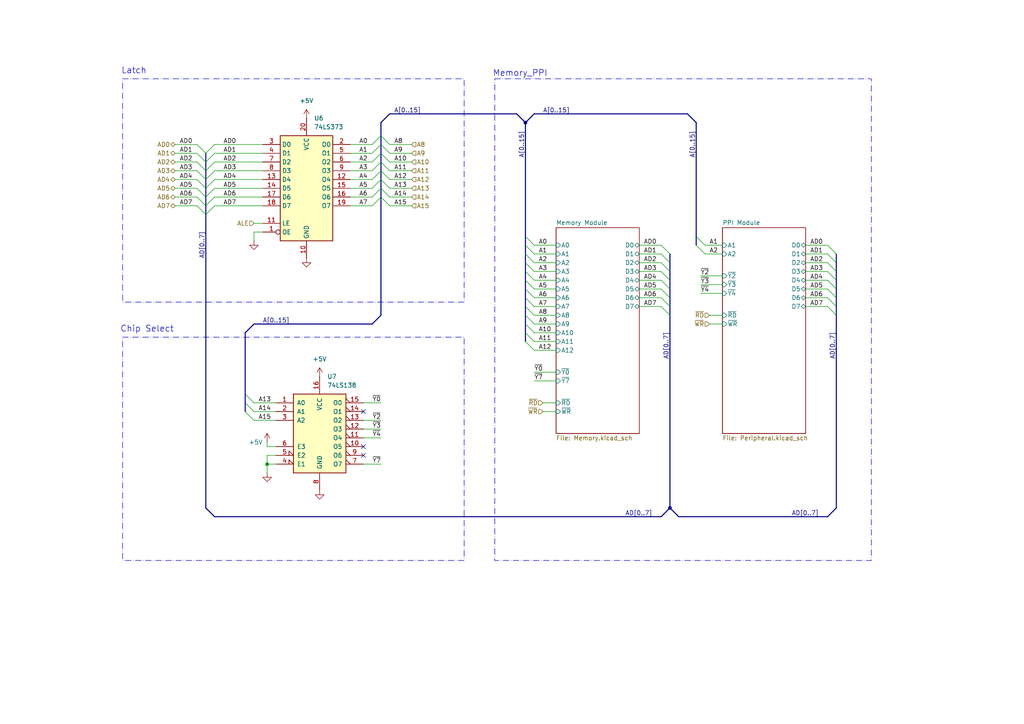
<source format=kicad_sch>
(kicad_sch (version 20231120) (generator "eeschema") (generator_version "8.0")
  (paper "A4")
  (lib_symbols
    (symbol "74xx:74LS138" (pin_names (offset 1.016))
      (property "Reference" "U" (at -7.62 11.43 0))
      (property "Value" "74LS138" (at -7.62 -13.97 0))
      (symbol "74LS138_1_0"
        (pin input line (at -12.7 7.62 0) (length 5.08) (name "A0") (number "1"))
        (pin output output_low (at 12.7 -5.08 180) (length 5.08) (name "O5") (number "10"))
        (pin output output_low (at 12.7 -2.54 180) (length 5.08) (name "O4") (number "11"))
        (pin output output_low (at 12.7 0 180) (length 5.08) (name "O3") (number "12"))
        (pin output output_low (at 12.7 2.54 180) (length 5.08) (name "O2") (number "13"))
        (pin output output_low (at 12.7 5.08 180) (length 5.08) (name "O1") (number "14"))
        (pin output output_low (at 12.7 7.62 180) (length 5.08) (name "O0") (number "15"))
        (pin power_in line (at 0 15.24 270) (length 5.08) (name "VCC") (number "16"))
        (pin input line (at -12.7 5.08 0) (length 5.08) (name "A1") (number "2"))
        (pin input line (at -12.7 2.54 0) (length 5.08) (name "A2") (number "3"))
        (pin input input_low (at -12.7 -10.16 0) (length 5.08) (name "E1") (number "4"))
        (pin input input_low (at -12.7 -7.62 0) (length 5.08) (name "E2") (number "5"))
        (pin input line (at -12.7 -5.08 0) (length 5.08) (name "E3") (number "6"))
        (pin output output_low (at 12.7 -10.16 180) (length 5.08) (name "O7") (number "7"))
        (pin power_in line (at 0 -17.78 90) (length 5.08) (name "GND") (number "8"))
        (pin output output_low (at 12.7 -7.62 180) (length 5.08) (name "O6") (number "9"))
      )
      (symbol "74LS138_1_1"
        (rectangle (start -7.62 10.16) (end 7.62 -12.7) (stroke (width 0.254)) (fill (type background)))
      )
    )
    (symbol "74xx:74LS373"
      (property "Reference" "U" (at -7.62 16.51 0))
      (property "Value" "74LS373" (at -7.62 -16.51 0))
      (symbol "74LS373_1_0"
        (pin input inverted (at -12.7 -12.7 0) (length 5.08) (name "OE") (number "1"))
        (pin power_in line (at 0 -20.32 90) (length 5.08) (name "GND") (number "10"))
        (pin input line (at -12.7 -10.16 0) (length 5.08) (name "LE") (number "11"))
        (pin tri_state line (at 12.7 2.54 180) (length 5.08) (name "O4") (number "12"))
        (pin input line (at -12.7 2.54 0) (length 5.08) (name "D4") (number "13"))
        (pin input line (at -12.7 0 0) (length 5.08) (name "D5") (number "14"))
        (pin tri_state line (at 12.7 0 180) (length 5.08) (name "O5") (number "15"))
        (pin tri_state line (at 12.7 -2.54 180) (length 5.08) (name "O6") (number "16"))
        (pin input line (at -12.7 -2.54 0) (length 5.08) (name "D6") (number "17"))
        (pin input line (at -12.7 -5.08 0) (length 5.08) (name "D7") (number "18"))
        (pin tri_state line (at 12.7 -5.08 180) (length 5.08) (name "O7") (number "19"))
        (pin tri_state line (at 12.7 12.7 180) (length 5.08) (name "O0") (number "2"))
        (pin power_in line (at 0 20.32 270) (length 5.08) (name "VCC") (number "20"))
        (pin input line (at -12.7 12.7 0) (length 5.08) (name "D0") (number "3"))
        (pin input line (at -12.7 10.16 0) (length 5.08) (name "D1") (number "4"))
        (pin tri_state line (at 12.7 10.16 180) (length 5.08) (name "O1") (number "5"))
        (pin tri_state line (at 12.7 7.62 180) (length 5.08) (name "O2") (number "6"))
        (pin input line (at -12.7 7.62 0) (length 5.08) (name "D2") (number "7"))
        (pin input line (at -12.7 5.08 0) (length 5.08) (name "D3") (number "8"))
        (pin tri_state line (at 12.7 5.08 180) (length 5.08) (name "O3") (number "9"))
      )
      (symbol "74LS373_1_1"
        (rectangle (start -7.62 15.24) (end 7.62 -15.24) (stroke (width 0.254)) (fill (type background)))
      )
    )
    (symbol "power:GND" (power) (pin_numbers hide) (pin_names (offset 0) hide)
      (property "Value" "GND" (at 0 -3.81 0))
      (symbol "GND_0_1"
        (polyline (pts (xy 0 0) (xy 0 -1.27) (xy 1.27 -1.27) (xy 0 -2.54) (xy -1.27 -1.27) (xy 0 -1.27)))
      )
      (symbol "GND_1_1"
        (pin power_in line (at 0 0 270) (length 0) (name "~") (number "1"))
      )
    )
    (symbol "power:VCC" (power) (pin_numbers hide) (pin_names (offset 0) hide)
      (property "Value" "VCC" (at 0 3.556 0))
      (symbol "VCC_0_1"
        (polyline (pts (xy -0.762 1.27) (xy 0 2.54)))
        (polyline (pts (xy 0 0) (xy 0 2.54)))
        (polyline (pts (xy 0 2.54) (xy 0.762 1.27)))
      )
      (symbol "VCC_1_1"
        (pin power_in line (at 0 0 90) (length 0) (name "~") (number "1"))
      )
    )
  )
  (junction (at 194.31 147.32))
  (junction (at 77.47 134.62))
  (junction (at 152.4 35.56))
  (no_connect (at 105.41 129.54))
  (no_connect (at 105.41 119.38))
  (no_connect (at 105.41 132.08))
  (bus_entry (at 154.94 76.2) (size -2.54 -2.54))
  (bus_entry (at 154.94 81.28) (size -2.54 -2.54))
  (bus_entry (at 204.47 71.12) (size -2.54 -2.54))
  (bus_entry (at 57.15 54.61) (size 2.54 2.54))
  (bus_entry (at 62.23 57.15) (size -2.54 2.54))
  (bus_entry (at 154.94 88.9) (size -2.54 -2.54))
  (bus_entry (at 57.15 52.07) (size 2.54 2.54))
  (bus_entry (at 240.03 73.66) (size 2.54 2.54))
  (bus_entry (at 62.23 52.07) (size -2.54 2.54))
  (bus_entry (at 154.94 93.98) (size -2.54 -2.54))
  (bus_entry (at 62.23 44.45) (size -2.54 2.54))
  (bus_entry (at 154.94 99.06) (size -2.54 -2.54))
  (bus_entry (at 73.66 121.92) (size -2.54 -2.54))
  (bus_entry (at 154.94 78.74) (size -2.54 -2.54))
  (bus_entry (at 107.95 49.53) (size 2.54 -2.54))
  (bus_entry (at 191.77 83.82) (size 2.54 2.54))
  (bus_entry (at 73.66 116.84) (size -2.54 -2.54))
  (bus_entry (at 204.47 73.66) (size -2.54 -2.54))
  (bus_entry (at 240.03 78.74) (size 2.54 2.54))
  (bus_entry (at 62.23 41.91) (size -2.54 2.54))
  (bus_entry (at 107.95 57.15) (size 2.54 -2.54))
  (bus_entry (at 113.03 57.15) (size -2.54 -2.54))
  (bus_entry (at 191.77 81.28) (size 2.54 2.54))
  (bus_entry (at 113.03 46.99) (size -2.54 -2.54))
  (bus_entry (at 113.03 44.45) (size -2.54 -2.54))
  (bus_entry (at 191.77 76.2) (size 2.54 2.54))
  (bus_entry (at 191.77 78.74) (size 2.54 2.54))
  (bus_entry (at 57.15 49.53) (size 2.54 2.54))
  (bus_entry (at 154.94 71.12) (size -2.54 -2.54))
  (bus_entry (at 113.03 52.07) (size -2.54 -2.54))
  (bus_entry (at 191.77 88.9) (size 2.54 2.54))
  (bus_entry (at 107.95 54.61) (size 2.54 -2.54))
  (bus_entry (at 107.95 46.99) (size 2.54 -2.54))
  (bus_entry (at 240.03 71.12) (size 2.54 2.54))
  (bus_entry (at 191.77 73.66) (size 2.54 2.54))
  (bus_entry (at 113.03 41.91) (size -2.54 -2.54))
  (bus_entry (at 113.03 59.69) (size -2.54 -2.54))
  (bus_entry (at 154.94 73.66) (size -2.54 -2.54))
  (bus_entry (at 107.95 44.45) (size 2.54 -2.54))
  (bus_entry (at 62.23 59.69) (size -2.54 2.54))
  (bus_entry (at 240.03 86.36) (size 2.54 2.54))
  (bus_entry (at 113.03 54.61) (size -2.54 -2.54))
  (bus_entry (at 107.95 41.91) (size 2.54 -2.54))
  (bus_entry (at 57.15 41.91) (size 2.54 2.54))
  (bus_entry (at 57.15 57.15) (size 2.54 2.54))
  (bus_entry (at 113.03 49.53) (size -2.54 -2.54))
  (bus_entry (at 154.94 91.44) (size -2.54 -2.54))
  (bus_entry (at 57.15 59.69) (size 2.54 2.54))
  (bus_entry (at 107.95 59.69) (size 2.54 -2.54))
  (bus_entry (at 191.77 86.36) (size 2.54 2.54))
  (bus_entry (at 62.23 49.53) (size -2.54 2.54))
  (bus_entry (at 191.77 71.12) (size 2.54 2.54))
  (bus_entry (at 57.15 46.99) (size 2.54 2.54))
  (bus_entry (at 62.23 54.61) (size -2.54 2.54))
  (bus_entry (at 240.03 88.9) (size 2.54 2.54))
  (bus_entry (at 57.15 44.45) (size 2.54 2.54))
  (bus_entry (at 154.94 83.82) (size -2.54 -2.54))
  (bus_entry (at 240.03 76.2) (size 2.54 2.54))
  (bus_entry (at 154.94 86.36) (size -2.54 -2.54))
  (bus_entry (at 154.94 101.6) (size -2.54 -2.54))
  (bus_entry (at 107.95 52.07) (size 2.54 -2.54))
  (bus_entry (at 240.03 83.82) (size 2.54 2.54))
  (bus_entry (at 154.94 96.52) (size -2.54 -2.54))
  (bus_entry (at 62.23 46.99) (size -2.54 2.54))
  (bus_entry (at 240.03 81.28) (size 2.54 2.54))
  (bus_entry (at 73.66 119.38) (size -2.54 -2.54))
  (wire (pts (xy 50.8 54.61) (xy 57.15 54.61)))
  (bus (pts (xy 152.4 88.9) (xy 152.4 86.36)))
  (wire (pts (xy 185.42 76.2) (xy 191.77 76.2)))
  (wire (pts (xy 154.94 76.2) (xy 161.29 76.2)))
  (wire (pts (xy 62.23 44.45) (xy 76.2 44.45)))
  (bus (pts (xy 71.12 96.52) (xy 71.12 114.3)))
  (bus (pts (xy 152.4 86.36) (xy 152.4 83.82)))
  (bus (pts (xy 199.39 33.02) (xy 201.93 35.56)))
  (bus (pts (xy 59.69 44.45) (xy 59.69 46.99)))
  (wire (pts (xy 73.66 67.31) (xy 73.66 69.85)))
  (wire (pts (xy 185.42 86.36) (xy 191.77 86.36)))
  (bus (pts (xy 152.4 99.06) (xy 152.4 96.52)))
  (wire (pts (xy 154.94 71.12) (xy 161.29 71.12)))
  (bus (pts (xy 152.4 93.98) (xy 152.4 91.44)))
  (bus (pts (xy 242.57 76.2) (xy 242.57 78.74)))
  (bus (pts (xy 242.57 83.82) (xy 242.57 86.36)))
  (bus (pts (xy 59.69 57.15) (xy 59.69 59.69)))
  (wire (pts (xy 113.03 41.91) (xy 119.38 41.91)))
  (wire (pts (xy 105.41 116.84) (xy 110.49 116.84)))
  (wire (pts (xy 62.23 52.07) (xy 76.2 52.07)))
  (bus (pts (xy 71.12 114.3) (xy 71.12 116.84)))
  (bus (pts (xy 152.4 81.28) (xy 152.4 78.74)))
  (wire (pts (xy 50.8 41.91) (xy 57.15 41.91)))
  (wire (pts (xy 101.6 57.15) (xy 107.95 57.15)))
  (wire (pts (xy 203.2 80.01) (xy 209.55 80.01)))
  (wire (pts (xy 154.94 78.74) (xy 161.29 78.74)))
  (wire (pts (xy 77.47 132.08) (xy 77.47 134.62)))
  (bus (pts (xy 59.69 46.99) (xy 59.69 49.53)))
  (bus (pts (xy 71.12 116.84) (xy 71.12 119.38)))
  (wire (pts (xy 185.42 73.66) (xy 191.77 73.66)))
  (bus (pts (xy 194.31 86.36) (xy 194.31 88.9)))
  (bus (pts (xy 110.49 44.45) (xy 110.49 46.99)))
  (bus (pts (xy 201.93 35.56) (xy 201.93 68.58)))
  (wire (pts (xy 73.66 119.38) (xy 80.01 119.38)))
  (bus (pts (xy 194.31 81.28) (xy 194.31 83.82)))
  (bus (pts (xy 59.69 59.69) (xy 59.69 62.23)))
  (bus (pts (xy 242.57 86.36) (xy 242.57 88.9)))
  (bus (pts (xy 152.4 83.82) (xy 152.4 81.28)))
  (wire (pts (xy 185.42 78.74) (xy 191.77 78.74)))
  (bus (pts (xy 242.57 81.28) (xy 242.57 83.82)))
  (bus (pts (xy 110.49 49.53) (xy 110.49 52.07)))
  (wire (pts (xy 154.94 110.49) (xy 161.29 110.49)))
  (wire (pts (xy 154.94 88.9) (xy 161.29 88.9)))
  (wire (pts (xy 154.94 73.66) (xy 161.29 73.66)))
  (wire (pts (xy 233.68 83.82) (xy 240.03 83.82)))
  (bus (pts (xy 110.49 46.99) (xy 110.49 49.53)))
  (wire (pts (xy 73.66 67.31) (xy 76.2 67.31)))
  (wire (pts (xy 185.42 81.28) (xy 191.77 81.28)))
  (bus (pts (xy 242.57 88.9) (xy 242.57 91.44)))
  (wire (pts (xy 50.8 46.99) (xy 57.15 46.99)))
  (bus (pts (xy 73.66 93.98) (xy 107.95 93.98)))
  (bus (pts (xy 152.4 71.12) (xy 152.4 68.58)))
  (bus (pts (xy 194.31 88.9) (xy 194.31 91.44)))
  (bus (pts (xy 152.4 71.12) (xy 152.4 73.66)))
  (wire (pts (xy 101.6 59.69) (xy 107.95 59.69)))
  (wire (pts (xy 113.03 52.07) (xy 119.38 52.07)))
  (wire (pts (xy 50.8 49.53) (xy 57.15 49.53)))
  (wire (pts (xy 101.6 52.07) (xy 107.95 52.07)))
  (wire (pts (xy 50.8 57.15) (xy 57.15 57.15)))
  (bus (pts (xy 152.4 91.44) (xy 152.4 88.9)))
  (bus (pts (xy 110.49 57.15) (xy 110.49 91.44)))
  (wire (pts (xy 233.68 73.66) (xy 240.03 73.66)))
  (wire (pts (xy 113.03 59.69) (xy 119.38 59.69)))
  (wire (pts (xy 205.74 91.44) (xy 209.55 91.44)))
  (bus (pts (xy 73.66 93.98) (xy 71.12 96.52)))
  (bus (pts (xy 110.49 41.91) (xy 110.49 44.45)))
  (wire (pts (xy 154.94 107.95) (xy 161.29 107.95)))
  (wire (pts (xy 73.66 116.84) (xy 80.01 116.84)))
  (wire (pts (xy 204.47 71.12) (xy 209.55 71.12)))
  (wire (pts (xy 233.68 88.9) (xy 240.03 88.9)))
  (wire (pts (xy 113.03 49.53) (xy 119.38 49.53)))
  (wire (pts (xy 101.6 49.53) (xy 107.95 49.53)))
  (bus (pts (xy 62.23 149.86) (xy 59.69 147.32)))
  (wire (pts (xy 157.48 119.38) (xy 161.29 119.38)))
  (wire (pts (xy 50.8 59.69) (xy 57.15 59.69)))
  (bus (pts (xy 194.31 73.66) (xy 194.31 76.2)))
  (bus (pts (xy 149.86 33.02) (xy 152.4 35.56)))
  (wire (pts (xy 62.23 46.99) (xy 76.2 46.99)))
  (wire (pts (xy 105.41 121.92) (xy 110.49 121.92)))
  (bus (pts (xy 110.49 39.37) (xy 110.49 41.91)))
  (wire (pts (xy 77.47 129.54) (xy 80.01 129.54)))
  (bus (pts (xy 110.49 35.56) (xy 110.49 39.37)))
  (wire (pts (xy 105.41 127) (xy 110.49 127)))
  (wire (pts (xy 113.03 46.99) (xy 119.38 46.99)))
  (bus (pts (xy 194.31 78.74) (xy 194.31 81.28)))
  (bus (pts (xy 152.4 35.56) (xy 154.94 33.02)))
  (wire (pts (xy 154.94 93.98) (xy 161.29 93.98)))
  (wire (pts (xy 101.6 46.99) (xy 107.95 46.99)))
  (wire (pts (xy 77.47 134.62) (xy 77.47 137.16)))
  (bus (pts (xy 152.4 78.74) (xy 152.4 76.2)))
  (wire (pts (xy 154.94 81.28) (xy 161.29 81.28)))
  (wire (pts (xy 113.03 44.45) (xy 119.38 44.45)))
  (bus (pts (xy 194.31 76.2) (xy 194.31 78.74)))
  (bus (pts (xy 154.94 33.02) (xy 199.39 33.02)))
  (bus (pts (xy 152.4 35.56) (xy 152.4 68.58)))
  (wire (pts (xy 62.23 54.61) (xy 76.2 54.61)))
  (wire (pts (xy 77.47 132.08) (xy 80.01 132.08)))
  (wire (pts (xy 77.47 134.62) (xy 80.01 134.62)))
  (wire (pts (xy 204.47 73.66) (xy 209.55 73.66)))
  (wire (pts (xy 157.48 116.84) (xy 161.29 116.84)))
  (wire (pts (xy 154.94 83.82) (xy 161.29 83.82)))
  (bus (pts (xy 194.31 147.32) (xy 196.85 149.86)))
  (bus (pts (xy 242.57 91.44) (xy 242.57 147.32)))
  (wire (pts (xy 154.94 101.6) (xy 161.29 101.6)))
  (wire (pts (xy 233.68 76.2) (xy 240.03 76.2)))
  (wire (pts (xy 105.41 124.46) (xy 110.49 124.46)))
  (bus (pts (xy 110.49 54.61) (xy 110.49 57.15)))
  (bus (pts (xy 242.57 78.74) (xy 242.57 81.28)))
  (wire (pts (xy 154.94 91.44) (xy 161.29 91.44)))
  (wire (pts (xy 77.47 128.27) (xy 77.47 129.54)))
  (wire (pts (xy 50.8 44.45) (xy 57.15 44.45)))
  (wire (pts (xy 185.42 71.12) (xy 191.77 71.12)))
  (bus (pts (xy 194.31 83.82) (xy 194.31 86.36)))
  (bus (pts (xy 59.69 49.53) (xy 59.69 52.07)))
  (wire (pts (xy 154.94 99.06) (xy 161.29 99.06)))
  (wire (pts (xy 233.68 71.12) (xy 240.03 71.12)))
  (bus (pts (xy 59.69 54.61) (xy 59.69 57.15)))
  (wire (pts (xy 73.66 121.92) (xy 80.01 121.92)))
  (wire (pts (xy 105.41 134.62) (xy 110.49 134.62)))
  (bus (pts (xy 194.31 147.32) (xy 191.77 149.86)))
  (bus (pts (xy 152.4 76.2) (xy 152.4 73.66)))
  (wire (pts (xy 62.23 57.15) (xy 76.2 57.15)))
  (bus (pts (xy 194.31 91.44) (xy 194.31 147.32)))
  (bus (pts (xy 240.03 149.86) (xy 242.57 147.32)))
  (wire (pts (xy 101.6 54.61) (xy 107.95 54.61)))
  (wire (pts (xy 233.68 86.36) (xy 240.03 86.36)))
  (wire (pts (xy 113.03 57.15) (xy 119.38 57.15)))
  (wire (pts (xy 101.6 44.45) (xy 107.95 44.45)))
  (wire (pts (xy 62.23 59.69) (xy 76.2 59.69)))
  (bus (pts (xy 110.49 52.07) (xy 110.49 54.61)))
  (bus (pts (xy 201.93 68.58) (xy 201.93 71.12)))
  (bus (pts (xy 110.49 91.44) (xy 107.95 93.98)))
  (wire (pts (xy 113.03 54.61) (xy 119.38 54.61)))
  (wire (pts (xy 203.2 82.55) (xy 209.55 82.55)))
  (bus (pts (xy 62.23 149.86) (xy 191.77 149.86)))
  (wire (pts (xy 73.66 64.77) (xy 76.2 64.77)))
  (wire (pts (xy 185.42 88.9) (xy 191.77 88.9)))
  (bus (pts (xy 242.57 73.66) (xy 242.57 76.2)))
  (wire (pts (xy 203.2 85.09) (xy 209.55 85.09)))
  (wire (pts (xy 50.8 52.07) (xy 57.15 52.07)))
  (wire (pts (xy 233.68 78.74) (xy 240.03 78.74)))
  (wire (pts (xy 154.94 96.52) (xy 161.29 96.52)))
  (bus (pts (xy 152.4 93.98) (xy 152.4 96.52)))
  (wire (pts (xy 62.23 49.53) (xy 76.2 49.53)))
  (wire (pts (xy 205.74 93.98) (xy 209.55 93.98)))
  (bus (pts (xy 196.85 149.86) (xy 240.03 149.86)))
  (wire (pts (xy 233.68 81.28) (xy 240.03 81.28)))
  (bus (pts (xy 59.69 62.23) (xy 59.69 147.32)))
  (bus (pts (xy 110.49 35.56) (xy 113.03 33.02)))
  (wire (pts (xy 62.23 41.91) (xy 76.2 41.91)))
  (wire (pts (xy 185.42 83.82) (xy 191.77 83.82)))
  (wire (pts (xy 154.94 86.36) (xy 161.29 86.36)))
  (wire (pts (xy 101.6 41.91) (xy 107.95 41.91)))
  (bus (pts (xy 59.69 52.07) (xy 59.69 54.61)))
  (bus (pts (xy 113.03 33.02) (xy 149.86 33.02)))
  (rectangle (start 143.51 22.86) (end 252.73 162.56) (stroke (width 0) (type dash_dot)))
  (rectangle (start 35.56 97.79) (end 134.62 162.56) (stroke (width 0) (type dash_dot)))
  (rectangle (start 35.56 22.86) (end 134.62 87.63) (stroke (width 0) (type dash_dot)))
  (text "Chip Select\n" (at 42.672 95.504 0) (effects (font (size 1.778 1.778))))
  (text "Memory_PPI\n" (at 150.876 21.336 0) (effects (font (size 1.778 1.778))))
  (text "Latch\n" (at 38.862 20.574 0) (effects (font (size 1.778 1.778))))
  (label "AD[0..7]" (at 59.69 74.93 90))
  (label "AD1" (at 234.95 73.66 0))
  (label "A[0..15]" (at 157.48 33.02 0))
  (label "A2" (at 156.21 76.2 0))
  (label "A6" (at 156.21 86.36 0))
  (label "A7" (at 104.14 59.69 0))
  (label "AD1" (at 186.69 73.66 0))
  (label "A11" (at 156.21 99.06 0))
  (label "A1" (at 104.14 44.45 0))
  (label "AD4" (at 64.77 52.07 0))
  (label "AD4" (at 234.95 81.28 0))
  (label "A[0..15]" (at 152.4 45.72 90))
  (label "AD6" (at 52.07 57.15 0))
  (label "A9" (at 156.21 93.98 0))
  (label "A[0..15]" (at 76.2 93.98 0))
  (label "A[0..15]" (at 114.3 33.02 0))
  (label "A9" (at 114.3 44.45 0))
  (label "A8" (at 114.3 41.91 0))
  (label "AD7" (at 186.69 88.9 0))
  (label "A14" (at 114.3 57.15 0))
  (label "A14" (at 74.93 119.38 0))
  (label "A4" (at 156.21 81.28 0))
  (label "A15" (at 114.3 59.69 0))
  (label "A12" (at 114.3 52.07 0))
  (label "~{Y3}" (at 203.2 82.55 0))
  (label "A15" (at 74.93 121.92 0))
  (label "A0" (at 104.14 41.91 0))
  (label "AD[0..7]" (at 194.31 104.14 90))
  (label "A1" (at 156.21 73.66 0))
  (label "AD5" (at 64.77 54.61 0))
  (label "AD3" (at 64.77 49.53 0))
  (label "A12" (at 156.21 101.6 0))
  (label "A3" (at 156.21 78.74 0))
  (label "A13" (at 74.93 116.84 0))
  (label "~{Y4}" (at 203.2 85.09 0))
  (label "AD1" (at 64.77 44.45 0))
  (label "~{Y3}" (at 110.49 124.46 180))
  (label "AD0" (at 186.69 71.12 0))
  (label "AD7" (at 64.77 59.69 0))
  (label "AD6" (at 186.69 86.36 0))
  (label "AD[0..7]" (at 189.23 149.86 180))
  (label "~{Y2}" (at 203.2 80.01 0))
  (label "AD[0..7]" (at 237.49 149.86 180))
  (label "A11" (at 114.3 49.53 0))
  (label "A8" (at 156.21 91.44 0))
  (label "A0" (at 156.21 71.12 0))
  (label "AD0" (at 52.07 41.91 0))
  (label "A10" (at 156.21 96.52 0))
  (label "AD5" (at 52.07 54.61 0))
  (label "A1" (at 205.74 71.12 0))
  (label "AD5" (at 234.95 83.82 0))
  (label "AD0" (at 234.95 71.12 0))
  (label "AD7" (at 52.07 59.69 0))
  (label "AD0" (at 64.77 41.91 0))
  (label "AD7" (at 234.95 88.9 0))
  (label "~{Y0}" (at 154.94 107.95 0))
  (label "A10" (at 114.3 46.99 0))
  (label "AD2" (at 64.77 46.99 0))
  (label "AD4" (at 186.69 81.28 0))
  (label "AD2" (at 234.95 76.2 0))
  (label "AD3" (at 234.95 78.74 0))
  (label "AD2" (at 186.69 76.2 0))
  (label "~{Y7}" (at 154.94 110.49 0))
  (label "AD5" (at 186.69 83.82 0))
  (label "AD2" (at 52.07 46.99 0))
  (label "~{Y4}" (at 110.49 127 180))
  (label "AD6" (at 234.95 86.36 0))
  (label "AD[0..7]" (at 242.57 104.14 90))
  (label "A4" (at 104.14 52.07 0))
  (label "A[0..15]" (at 201.93 45.72 90))
  (label "A2" (at 104.14 46.99 0))
  (label "~{Y7}" (at 110.49 134.62 180))
  (label "A5" (at 156.21 83.82 0))
  (label "A2" (at 205.74 73.66 0))
  (label "~{Y2}" (at 110.49 121.92 180))
  (label "A6" (at 104.14 57.15 0))
  (label "AD3" (at 52.07 49.53 0))
  (label "AD4" (at 52.07 52.07 0))
  (label "A7" (at 156.21 88.9 0))
  (label "A3" (at 104.14 49.53 0))
  (label "AD6" (at 64.77 57.15 0))
  (label "AD3" (at 186.69 78.74 0))
  (label "~{Y0}" (at 110.49 116.84 180))
  (label "A5" (at 104.14 54.61 0))
  (label "A13" (at 114.3 54.61 0))
  (label "AD1" (at 52.07 44.45 0))
  (hierarchical_label "~{WR}" (shape input) (at 157.48 119.38 180))
  (hierarchical_label "A11" (shape input) (at 119.38 49.53 0))
  (hierarchical_label "AD5" (shape bidirectional) (at 50.8 54.61 180))
  (hierarchical_label "~{RD}" (shape input) (at 205.74 91.44 180))
  (hierarchical_label "AD4" (shape bidirectional) (at 50.8 52.07 180))
  (hierarchical_label "AD0" (shape bidirectional) (at 50.8 41.91 180))
  (hierarchical_label "A14" (shape input) (at 119.38 57.15 0))
  (hierarchical_label "A10" (shape input) (at 119.38 46.99 0))
  (hierarchical_label "A12" (shape input) (at 119.38 52.07 0))
  (hierarchical_label "A9" (shape input) (at 119.38 44.45 0))
  (hierarchical_label "A8" (shape input) (at 119.38 41.91 0))
  (hierarchical_label "AD3" (shape bidirectional) (at 50.8 49.53 180))
  (hierarchical_label "AD1" (shape bidirectional) (at 50.8 44.45 180))
  (hierarchical_label "~{RD}" (shape input) (at 157.48 116.84 180))
  (hierarchical_label "~{WR}" (shape input) (at 205.74 93.98 180))
  (hierarchical_label "AD6" (shape bidirectional) (at 50.8 57.15 180))
  (hierarchical_label "A13" (shape input) (at 119.38 54.61 0))
  (hierarchical_label "AD7" (shape bidirectional) (at 50.8 59.69 180))
  (hierarchical_label "A15" (shape input) (at 119.38 59.69 0))
  (hierarchical_label "ALE" (shape input) (at 73.66 64.77 180))
  (hierarchical_label "AD2" (shape bidirectional) (at 50.8 46.99 180))
  (symbol (lib_id "74xx:74LS138") (at 92.71 124.46 0) (unit 1)
    (property "Reference" "U7" (at 94.9041 109.22 0) (effects (justify left)))
    (property "Value" "74LS138" (at 94.9041 111.76 0) (effects (justify left)))
    (property "Footprint" "Package_DIP:DIP-16_W7.62mm" (effects (hide yes)))
    (property "Datasheet" "http://www.ti.com/lit/gpn/sn74LS138" (effects (hide yes)))
    (property "Description" "Decoder 3 to 8 active low outputs" (effects (hide yes)))
  )
  (symbol (lib_id "power:GND") (at 77.47 137.16 0) (unit 1)
    (property "Reference" "#PWR021" (effects (hide yes)))
    (property "Value" "GND" (effects (hide yes)))
    (property "Description" "Power symbol creates a global label with name \"GND\" , ground" (effects (hide yes)))
  )
  (symbol (lib_id "power:GND") (at 73.66 69.85 0) (unit 1)
    (property "Reference" "#PWR017" (effects (hide yes)))
    (property "Value" "GND" (effects (hide yes)))
    (property "Description" "Power symbol creates a global label with name \"GND\" , ground" (effects (hide yes)))
  )
  (symbol (lib_id "power:VCC") (at 88.9 34.29 0) (unit 1)
    (property "Reference" "#PWR016" (effects (hide yes)))
    (property "Value" "+5V" (at 88.9 29.21 0))
    (property "Description" "Power symbol creates a global label with name \"VCC\"" (effects (hide yes)))
  )
  (symbol (lib_id "power:GND") (at 92.71 142.24 0) (unit 1)
    (property "Reference" "#PWR022" (effects (hide yes)))
    (property "Value" "GND" (effects (hide yes)))
    (property "Description" "Power symbol creates a global label with name \"GND\" , ground" (effects (hide yes)))
  )
  (symbol (lib_id "74xx:74LS373") (at 88.9 54.61 0) (unit 1)
    (property "Reference" "U6" (at 91.0941 34.29 0) (effects (justify left)))
    (property "Value" "74LS373" (at 91.0941 36.83 0) (effects (justify left)))
    (property "Footprint" "Package_DIP:DIP-20_W7.62mm" (effects (hide yes)))
    (property "Datasheet" "http://www.ti.com/lit/gpn/sn74LS373" (effects (hide yes)))
    (property "Description" "8-bit Latch, 3-state outputs" (effects (hide yes)))
  )
  (symbol (lib_id "power:VCC") (at 77.47 128.27 0) (unit 1)
    (property "Reference" "#PWR020" (effects (hide yes)))
    (property "Value" "+5V" (at 74.168 128.27 0))
    (property "Description" "Power symbol creates a global label with name \"VCC\"" (effects (hide yes)))
  )
  (symbol (lib_id "power:VCC") (at 92.71 109.22 0) (unit 1)
    (property "Reference" "#PWR019" (effects (hide yes)))
    (property "Value" "+5V" (at 92.71 104.14 0))
    (property "Description" "Power symbol creates a global label with name \"VCC\"" (effects (hide yes)))
  )
  (symbol (lib_id "power:GND") (at 88.9 74.93 0) (unit 1)
    (property "Reference" "#PWR018" (effects (hide yes)))
    (property "Value" "GND" (effects (hide yes)))
    (property "Description" "Power symbol creates a global label with name \"GND\" , ground" (effects (hide yes)))
  )
  (sheet (at 209.55 66.04) (size 24.13 59.69) (stroke (width 0.1524))
    (property "Sheetname" "PPI Module" (at 209.55 65.3284 0) (effects (justify left bottom)))
    (property "Sheetfile" "Peripheral.kicad_sch" (at 209.55 126.3146 0) (effects (justify left top)))
    (pin "D4" bidirectional (at 233.68 81.28 0))
    (pin "D6" bidirectional (at 233.68 86.36 0))
    (pin "D7" bidirectional (at 233.68 88.9 0))
    (pin "D5" bidirectional (at 233.68 83.82 0))
    (pin "D3" bidirectional (at 233.68 78.74 0))
    (pin "D0" bidirectional (at 233.68 71.12 0))
    (pin "D1" bidirectional (at 233.68 73.66 0))
    (pin "D2" bidirectional (at 233.68 76.2 0))
    (pin "A1" input (at 209.55 71.12 180))
    (pin "A2" input (at 209.55 73.66 180))
    (pin "~{Y2}" input (at 209.55 80.01 180))
    (pin "~{RD}" input (at 209.55 91.44 180))
    (pin "~{WR}" input (at 209.55 93.98 180))
    (pin "~{Y3}" input (at 209.55 82.55 180))
    (pin "~{Y4}" input (at 209.55 85.09 180))
  )
  (sheet (at 161.29 66.04) (size 24.13 59.69) (stroke (width 0.1524))
    (property "Sheetname" "Memory Module" (at 161.29 65.3284 0) (effects (justify left bottom)))
    (property "Sheetfile" "Memory.kicad_sch" (at 161.29 126.3146 0) (effects (justify left top)))
    (pin "~{Y0}" input (at 161.29 107.95 180))
    (pin "~{RD}" input (at 161.29 116.84 180))
    (pin "A3" input (at 161.29 78.74 180))
    (pin "A2" input (at 161.29 76.2 180))
    (pin "A4" input (at 161.29 81.28 180))
    (pin "A1" input (at 161.29 73.66 180))
    (pin "A5" input (at 161.29 83.82 180))
    (pin "A0" input (at 161.29 71.12 180))
    (pin "A6" input (at 161.29 86.36 180))
    (pin "A8" input (at 161.29 91.44 180))
    (pin "A9" input (at 161.29 93.98 180))
    (pin "A7" input (at 161.29 88.9 180))
    (pin "A10" input (at 161.29 96.52 180))
    (pin "A11" input (at 161.29 99.06 180))
    (pin "A12" input (at 161.29 101.6 180))
    (pin "D2" bidirectional (at 185.42 76.2 0))
    (pin "D0" bidirectional (at 185.42 71.12 0))
    (pin "D1" bidirectional (at 185.42 73.66 0))
    (pin "D3" bidirectional (at 185.42 78.74 0))
    (pin "D6" bidirectional (at 185.42 86.36 0))
    (pin "D7" bidirectional (at 185.42 88.9 0))
    (pin "D4" bidirectional (at 185.42 81.28 0))
    (pin "D5" bidirectional (at 185.42 83.82 0))
    (pin "~{Y7}" input (at 161.29 110.49 180))
    (pin "~{WR}" input (at 161.29 119.38 180))
  )
)
</source>
